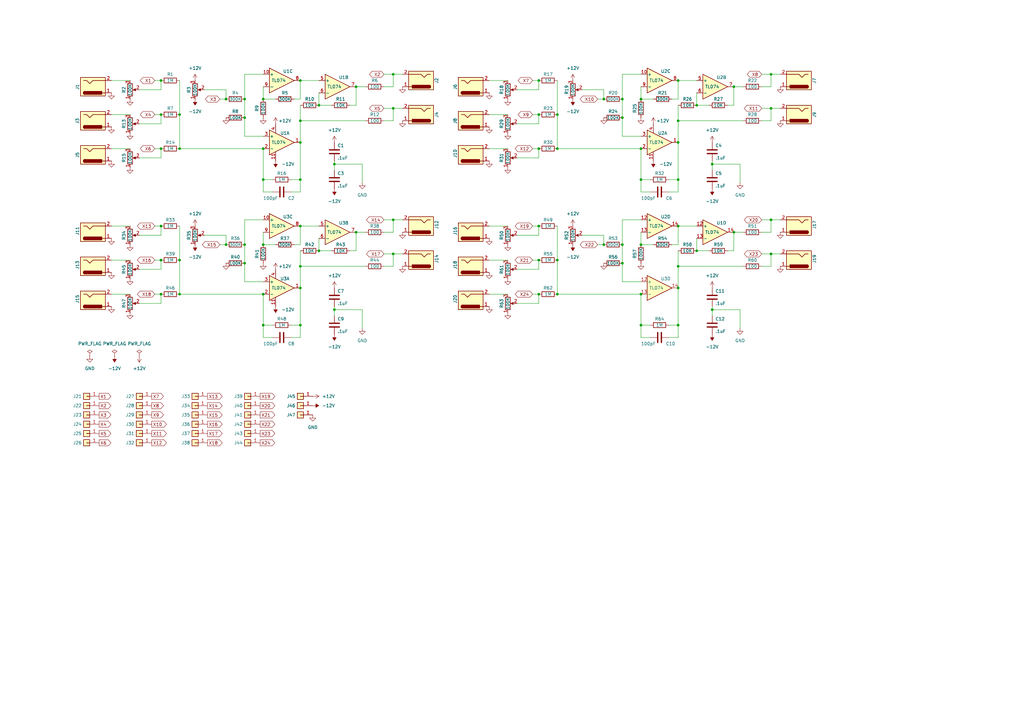
<source format=kicad_sch>
(kicad_sch (version 20211123) (generator eeschema)
  (paper "A3")
  (junction (at 262.89 60.96))
  (junction (at 123.19 58.42))
  (junction (at 300.99 95.25))
  (junction (at 316.23 90.17))
  (junction (at 316.23 30.48))
  (junction (at 107.95 40.64))
  (junction (at 316.23 44.45))
  (junction (at 278.13 118.11))
  (junction (at 107.95 133.35))
  (junction (at 161.29 104.14))
  (junction (at 228.6 46.99))
  (junction (at 107.95 100.33))
  (junction (at 292.1 67.31))
  (junction (at 262.89 100.33))
  (junction (at 262.89 133.35))
  (junction (at 220.98 46.99))
  (junction (at 73.66 46.99))
  (junction (at 73.66 60.96))
  (junction (at 123.19 49.53))
  (junction (at 278.13 33.02))
  (junction (at 247.65 100.33))
  (junction (at 107.95 73.66))
  (junction (at 161.29 44.45))
  (junction (at 255.27 48.26))
  (junction (at 92.71 40.64))
  (junction (at 137.16 127))
  (junction (at 255.27 40.64))
  (junction (at 278.13 109.22))
  (junction (at 130.81 102.87))
  (junction (at 73.66 120.65))
  (junction (at 220.98 106.68))
  (junction (at 228.6 106.68))
  (junction (at 123.19 109.22))
  (junction (at 228.6 60.96))
  (junction (at 292.1 127))
  (junction (at 146.05 35.56))
  (junction (at 130.81 43.18))
  (junction (at 66.04 120.65))
  (junction (at 66.04 92.71))
  (junction (at 161.29 90.17))
  (junction (at 73.66 106.68))
  (junction (at 316.23 104.14))
  (junction (at 123.19 33.02))
  (junction (at 278.13 133.35))
  (junction (at 161.29 30.48))
  (junction (at 137.16 67.31))
  (junction (at 300.99 35.56))
  (junction (at 107.95 120.65))
  (junction (at 92.71 100.33))
  (junction (at 100.33 48.26))
  (junction (at 255.27 107.95))
  (junction (at 278.13 73.66))
  (junction (at 123.19 118.11))
  (junction (at 228.6 120.65))
  (junction (at 123.19 92.71))
  (junction (at 262.89 40.64))
  (junction (at 123.19 133.35))
  (junction (at 220.98 60.96))
  (junction (at 100.33 100.33))
  (junction (at 220.98 120.65))
  (junction (at 146.05 95.25))
  (junction (at 66.04 106.68))
  (junction (at 220.98 33.02))
  (junction (at 107.95 60.96))
  (junction (at 123.19 73.66))
  (junction (at 247.65 40.64))
  (junction (at 278.13 58.42))
  (junction (at 262.89 73.66))
  (junction (at 66.04 60.96))
  (junction (at 285.75 102.87))
  (junction (at 100.33 40.64))
  (junction (at 278.13 92.71))
  (junction (at 66.04 46.99))
  (junction (at 262.89 120.65))
  (junction (at 66.04 33.02))
  (junction (at 285.75 43.18))
  (junction (at 255.27 100.33))
  (junction (at 278.13 49.53))
  (junction (at 220.98 92.71))
  (junction (at 100.33 107.95))
  (wire (pts (xy 137.16 67.31) (xy 137.16 69.85)))
  (wire (pts (xy 120.65 100.33) (xy 123.19 100.33)))
  (wire (pts (xy 298.45 43.18) (xy 300.99 43.18)))
  (wire (pts (xy 238.76 36.83) (xy 247.65 36.83)))
  (wire (pts (xy 292.1 127) (xy 303.53 127)))
  (wire (pts (xy 228.6 60.96) (xy 262.89 60.96)))
  (wire (pts (xy 146.05 102.87) (xy 146.05 95.25)))
  (wire (pts (xy 123.19 109.22) (xy 149.86 109.22)))
  (wire (pts (xy 123.19 118.11) (xy 123.19 133.35)))
  (wire (pts (xy 45.72 120.65) (xy 53.34 120.65)))
  (wire (pts (xy 57.15 96.52) (xy 66.04 96.52)))
  (wire (pts (xy 100.33 115.57) (xy 107.95 115.57)))
  (wire (pts (xy 100.33 90.17) (xy 107.95 90.17)))
  (wire (pts (xy 161.29 49.53) (xy 161.29 44.45)))
  (wire (pts (xy 123.19 92.71) (xy 130.81 92.71)))
  (wire (pts (xy 157.48 30.48) (xy 161.29 30.48)))
  (wire (pts (xy 90.17 40.64) (xy 92.71 40.64)))
  (wire (pts (xy 45.72 92.71) (xy 53.34 92.71)))
  (wire (pts (xy 107.95 100.33) (xy 113.03 100.33)))
  (wire (pts (xy 83.82 36.83) (xy 92.71 36.83)))
  (wire (pts (xy 146.05 95.25) (xy 149.86 95.25)))
  (wire (pts (xy 278.13 133.35) (xy 278.13 138.43)))
  (wire (pts (xy 135.89 43.18) (xy 130.81 43.18)))
  (wire (pts (xy 157.48 104.14) (xy 161.29 104.14)))
  (wire (pts (xy 212.09 50.8) (xy 220.98 50.8)))
  (wire (pts (xy 73.66 106.68) (xy 73.66 120.65)))
  (wire (pts (xy 278.13 33.02) (xy 285.75 33.02)))
  (wire (pts (xy 107.95 35.56) (xy 107.95 40.64)))
  (wire (pts (xy 161.29 95.25) (xy 161.29 90.17)))
  (wire (pts (xy 73.66 33.02) (xy 73.66 46.99)))
  (wire (pts (xy 316.23 109.22) (xy 316.23 104.14)))
  (wire (pts (xy 146.05 35.56) (xy 149.86 35.56)))
  (wire (pts (xy 247.65 96.52) (xy 247.65 100.33)))
  (wire (pts (xy 63.5 106.68) (xy 66.04 106.68)))
  (wire (pts (xy 228.6 33.02) (xy 228.6 46.99)))
  (wire (pts (xy 220.98 50.8) (xy 220.98 46.99)))
  (wire (pts (xy 262.89 133.35) (xy 262.89 120.65)))
  (wire (pts (xy 137.16 66.04) (xy 137.16 67.31)))
  (wire (pts (xy 316.23 104.14) (xy 320.04 104.14)))
  (wire (pts (xy 123.19 73.66) (xy 123.19 78.74)))
  (wire (pts (xy 245.11 100.33) (xy 247.65 100.33)))
  (wire (pts (xy 45.72 33.02) (xy 53.34 33.02)))
  (wire (pts (xy 275.59 100.33) (xy 278.13 100.33)))
  (wire (pts (xy 63.5 33.02) (xy 66.04 33.02)))
  (wire (pts (xy 316.23 49.53) (xy 316.23 44.45)))
  (wire (pts (xy 63.5 60.96) (xy 66.04 60.96)))
  (wire (pts (xy 255.27 107.95) (xy 255.27 115.57)))
  (wire (pts (xy 266.7 73.66) (xy 262.89 73.66)))
  (wire (pts (xy 300.99 102.87) (xy 300.99 95.25)))
  (wire (pts (xy 312.42 35.56) (xy 316.23 35.56)))
  (wire (pts (xy 119.38 73.66) (xy 123.19 73.66)))
  (wire (pts (xy 100.33 40.64) (xy 100.33 30.48)))
  (wire (pts (xy 83.82 96.52) (xy 92.71 96.52)))
  (wire (pts (xy 278.13 73.66) (xy 278.13 78.74)))
  (wire (pts (xy 262.89 100.33) (xy 267.97 100.33)))
  (wire (pts (xy 212.09 124.46) (xy 220.98 124.46)))
  (wire (pts (xy 228.6 120.65) (xy 262.89 120.65)))
  (wire (pts (xy 57.15 50.8) (xy 66.04 50.8)))
  (wire (pts (xy 290.83 102.87) (xy 285.75 102.87)))
  (wire (pts (xy 255.27 30.48) (xy 262.89 30.48)))
  (wire (pts (xy 57.15 36.83) (xy 66.04 36.83)))
  (wire (pts (xy 45.72 106.68) (xy 53.34 106.68)))
  (wire (pts (xy 161.29 44.45) (xy 165.1 44.45)))
  (wire (pts (xy 218.44 120.65) (xy 220.98 120.65)))
  (wire (pts (xy 312.42 104.14) (xy 316.23 104.14)))
  (wire (pts (xy 107.95 133.35) (xy 107.95 120.65)))
  (wire (pts (xy 278.13 49.53) (xy 278.13 58.42)))
  (wire (pts (xy 100.33 48.26) (xy 100.33 55.88)))
  (wire (pts (xy 312.42 49.53) (xy 316.23 49.53)))
  (wire (pts (xy 45.72 46.99) (xy 53.34 46.99)))
  (wire (pts (xy 312.42 109.22) (xy 316.23 109.22)))
  (wire (pts (xy 92.71 36.83) (xy 92.71 40.64)))
  (wire (pts (xy 100.33 107.95) (xy 100.33 115.57)))
  (wire (pts (xy 63.5 120.65) (xy 66.04 120.65)))
  (wire (pts (xy 292.1 125.73) (xy 292.1 127)))
  (wire (pts (xy 200.66 33.02) (xy 208.28 33.02)))
  (wire (pts (xy 73.66 46.99) (xy 73.66 60.96)))
  (wire (pts (xy 298.45 102.87) (xy 300.99 102.87)))
  (wire (pts (xy 200.66 60.96) (xy 208.28 60.96)))
  (wire (pts (xy 135.89 102.87) (xy 130.81 102.87)))
  (wire (pts (xy 316.23 35.56) (xy 316.23 30.48)))
  (wire (pts (xy 107.95 95.25) (xy 107.95 100.33)))
  (wire (pts (xy 123.19 43.18) (xy 123.19 49.53)))
  (wire (pts (xy 255.27 40.64) (xy 255.27 30.48)))
  (wire (pts (xy 123.19 138.43) (xy 119.38 138.43)))
  (wire (pts (xy 161.29 109.22) (xy 161.29 104.14)))
  (wire (pts (xy 100.33 30.48) (xy 107.95 30.48)))
  (wire (pts (xy 212.09 96.52) (xy 220.98 96.52)))
  (wire (pts (xy 220.98 36.83) (xy 220.98 33.02)))
  (wire (pts (xy 218.44 106.68) (xy 220.98 106.68)))
  (wire (pts (xy 228.6 92.71) (xy 228.6 106.68)))
  (wire (pts (xy 278.13 109.22) (xy 278.13 118.11)))
  (wire (pts (xy 73.66 92.71) (xy 73.66 106.68)))
  (wire (pts (xy 111.76 133.35) (xy 107.95 133.35)))
  (wire (pts (xy 137.16 125.73) (xy 137.16 127)))
  (wire (pts (xy 111.76 78.74) (xy 107.95 78.74)))
  (wire (pts (xy 262.89 78.74) (xy 262.89 73.66)))
  (wire (pts (xy 262.89 35.56) (xy 262.89 40.64)))
  (wire (pts (xy 161.29 30.48) (xy 165.1 30.48)))
  (wire (pts (xy 292.1 67.31) (xy 292.1 69.85)))
  (wire (pts (xy 146.05 43.18) (xy 146.05 35.56)))
  (wire (pts (xy 45.72 60.96) (xy 53.34 60.96)))
  (wire (pts (xy 228.6 46.99) (xy 228.6 60.96)))
  (wire (pts (xy 157.48 90.17) (xy 161.29 90.17)))
  (wire (pts (xy 255.27 55.88) (xy 262.89 55.88)))
  (wire (pts (xy 312.42 44.45) (xy 316.23 44.45)))
  (wire (pts (xy 266.7 138.43) (xy 262.89 138.43)))
  (wire (pts (xy 278.13 49.53) (xy 304.8 49.53)))
  (wire (pts (xy 255.27 100.33) (xy 255.27 90.17)))
  (wire (pts (xy 143.51 102.87) (xy 146.05 102.87)))
  (wire (pts (xy 275.59 40.64) (xy 278.13 40.64)))
  (wire (pts (xy 63.5 46.99) (xy 66.04 46.99)))
  (wire (pts (xy 57.15 64.77) (xy 66.04 64.77)))
  (wire (pts (xy 100.33 55.88) (xy 107.95 55.88)))
  (wire (pts (xy 262.89 95.25) (xy 262.89 100.33)))
  (wire (pts (xy 107.95 138.43) (xy 107.95 133.35)))
  (wire (pts (xy 312.42 90.17) (xy 316.23 90.17)))
  (wire (pts (xy 107.95 73.66) (xy 107.95 60.96)))
  (wire (pts (xy 247.65 36.83) (xy 247.65 40.64)))
  (wire (pts (xy 278.13 40.64) (xy 278.13 33.02)))
  (wire (pts (xy 157.48 44.45) (xy 161.29 44.45)))
  (wire (pts (xy 316.23 95.25) (xy 316.23 90.17)))
  (wire (pts (xy 312.42 95.25) (xy 316.23 95.25)))
  (wire (pts (xy 137.16 127) (xy 137.16 129.54)))
  (wire (pts (xy 278.13 100.33) (xy 278.13 92.71)))
  (wire (pts (xy 157.48 95.25) (xy 161.29 95.25)))
  (wire (pts (xy 137.16 67.31) (xy 148.59 67.31)))
  (wire (pts (xy 148.59 127) (xy 148.59 134.62)))
  (wire (pts (xy 220.98 64.77) (xy 220.98 60.96)))
  (wire (pts (xy 73.66 60.96) (xy 107.95 60.96)))
  (wire (pts (xy 200.66 106.68) (xy 208.28 106.68)))
  (wire (pts (xy 312.42 30.48) (xy 316.23 30.48)))
  (wire (pts (xy 316.23 44.45) (xy 320.04 44.45)))
  (wire (pts (xy 123.19 49.53) (xy 123.19 58.42)))
  (wire (pts (xy 300.99 43.18) (xy 300.99 35.56)))
  (wire (pts (xy 285.75 43.18) (xy 285.75 38.1)))
  (wire (pts (xy 111.76 73.66) (xy 107.95 73.66)))
  (wire (pts (xy 266.7 78.74) (xy 262.89 78.74)))
  (wire (pts (xy 57.15 124.46) (xy 66.04 124.46)))
  (wire (pts (xy 262.89 138.43) (xy 262.89 133.35)))
  (wire (pts (xy 278.13 58.42) (xy 278.13 73.66)))
  (wire (pts (xy 255.27 90.17) (xy 262.89 90.17)))
  (wire (pts (xy 111.76 138.43) (xy 107.95 138.43)))
  (wire (pts (xy 212.09 110.49) (xy 220.98 110.49)))
  (wire (pts (xy 123.19 33.02) (xy 130.81 33.02)))
  (wire (pts (xy 123.19 100.33) (xy 123.19 92.71)))
  (wire (pts (xy 66.04 64.77) (xy 66.04 60.96)))
  (wire (pts (xy 143.51 43.18) (xy 146.05 43.18)))
  (wire (pts (xy 200.66 92.71) (xy 208.28 92.71)))
  (wire (pts (xy 316.23 90.17) (xy 320.04 90.17)))
  (wire (pts (xy 255.27 115.57) (xy 262.89 115.57)))
  (wire (pts (xy 278.13 78.74) (xy 274.32 78.74)))
  (wire (pts (xy 218.44 33.02) (xy 220.98 33.02)))
  (wire (pts (xy 130.81 102.87) (xy 130.81 97.79)))
  (wire (pts (xy 157.48 109.22) (xy 161.29 109.22)))
  (wire (pts (xy 278.13 92.71) (xy 285.75 92.71)))
  (wire (pts (xy 107.95 40.64) (xy 113.03 40.64)))
  (wire (pts (xy 66.04 110.49) (xy 66.04 106.68)))
  (wire (pts (xy 123.19 78.74) (xy 119.38 78.74)))
  (wire (pts (xy 120.65 40.64) (xy 123.19 40.64)))
  (wire (pts (xy 220.98 96.52) (xy 220.98 92.71)))
  (wire (pts (xy 278.13 102.87) (xy 278.13 109.22)))
  (wire (pts (xy 66.04 124.46) (xy 66.04 120.65)))
  (wire (pts (xy 218.44 46.99) (xy 220.98 46.99)))
  (wire (pts (xy 220.98 110.49) (xy 220.98 106.68)))
  (wire (pts (xy 57.15 110.49) (xy 66.04 110.49)))
  (wire (pts (xy 148.59 67.31) (xy 148.59 74.93)))
  (wire (pts (xy 274.32 133.35) (xy 278.13 133.35)))
  (wire (pts (xy 292.1 67.31) (xy 303.53 67.31)))
  (wire (pts (xy 292.1 127) (xy 292.1 129.54)))
  (wire (pts (xy 255.27 100.33) (xy 255.27 107.95)))
  (wire (pts (xy 255.27 40.64) (xy 255.27 48.26)))
  (wire (pts (xy 123.19 133.35) (xy 123.19 138.43)))
  (wire (pts (xy 303.53 67.31) (xy 303.53 74.93)))
  (wire (pts (xy 123.19 109.22) (xy 123.19 118.11)))
  (wire (pts (xy 220.98 124.46) (xy 220.98 120.65)))
  (wire (pts (xy 262.89 40.64) (xy 267.97 40.64)))
  (wire (pts (xy 73.66 120.65) (xy 107.95 120.65)))
  (wire (pts (xy 130.81 43.18) (xy 130.81 38.1)))
  (wire (pts (xy 228.6 106.68) (xy 228.6 120.65)))
  (wire (pts (xy 262.89 73.66) (xy 262.89 60.96)))
  (wire (pts (xy 100.33 40.64) (xy 100.33 48.26)))
  (wire (pts (xy 278.13 43.18) (xy 278.13 49.53)))
  (wire (pts (xy 161.29 90.17) (xy 165.1 90.17)))
  (wire (pts (xy 278.13 138.43) (xy 274.32 138.43)))
  (wire (pts (xy 123.19 49.53) (xy 149.86 49.53)))
  (wire (pts (xy 218.44 92.71) (xy 220.98 92.71)))
  (wire (pts (xy 238.76 96.52) (xy 247.65 96.52)))
  (wire (pts (xy 107.95 78.74) (xy 107.95 73.66)))
  (wire (pts (xy 212.09 36.83) (xy 220.98 36.83)))
  (wire (pts (xy 285.75 102.87) (xy 285.75 97.79)))
  (wire (pts (xy 300.99 35.56) (xy 304.8 35.56)))
  (wire (pts (xy 266.7 133.35) (xy 262.89 133.35)))
  (wire (pts (xy 274.32 73.66) (xy 278.13 73.66)))
  (wire (pts (xy 212.09 64.77) (xy 220.98 64.77)))
  (wire (pts (xy 137.16 127) (xy 148.59 127)))
  (wire (pts (xy 278.13 118.11) (xy 278.13 133.35)))
  (wire (pts (xy 255.27 48.26) (xy 255.27 55.88)))
  (wire (pts (xy 90.17 100.33) (xy 92.71 100.33)))
  (wire (pts (xy 303.53 127) (xy 303.53 134.62)))
  (wire (pts (xy 123.19 40.64) (xy 123.19 33.02)))
  (wire (pts (xy 157.48 49.53) (xy 161.29 49.53)))
  (wire (pts (xy 66.04 50.8) (xy 66.04 46.99)))
  (wire (pts (xy 278.13 109.22) (xy 304.8 109.22)))
  (wire (pts (xy 123.19 58.42) (xy 123.19 73.66)))
  (wire (pts (xy 218.44 60.96) (xy 220.98 60.96)))
  (wire (pts (xy 161.29 104.14) (xy 165.1 104.14)))
  (wire (pts (xy 119.38 133.35) (xy 123.19 133.35)))
  (wire (pts (xy 123.19 102.87) (xy 123.19 109.22)))
  (wire (pts (xy 66.04 96.52) (xy 66.04 92.71)))
  (wire (pts (xy 157.48 35.56) (xy 161.29 35.56)))
  (wire (pts (xy 100.33 100.33) (xy 100.33 107.95)))
  (wire (pts (xy 245.11 40.64) (xy 247.65 40.64)))
  (wire (pts (xy 63.5 92.71) (xy 66.04 92.71)))
  (wire (pts (xy 200.66 46.99) (xy 208.28 46.99)))
  (wire (pts (xy 161.29 35.56) (xy 161.29 30.48)))
  (wire (pts (xy 300.99 95.25) (xy 304.8 95.25)))
  (wire (pts (xy 292.1 66.04) (xy 292.1 67.31)))
  (wire (pts (xy 290.83 43.18) (xy 285.75 43.18)))
  (wire (pts (xy 200.66 120.65) (xy 208.28 120.65)))
  (wire (pts (xy 66.04 36.83) (xy 66.04 33.02)))
  (wire (pts (xy 92.71 96.52) (xy 92.71 100.33)))
  (wire (pts (xy 316.23 30.48) (xy 320.04 30.48)))
  (wire (pts (xy 100.33 100.33) (xy 100.33 90.17)))
  (global_label "X20" (shape bidirectional) (at 312.42 90.17 180) (property "Intersheet References" "${INTERSHEET_REFS}" (effects hide)))
  (global_label "X8" (shape bidirectional) (at 312.42 30.48 180) (property "Intersheet References" "${INTERSHEET_REFS}" (effects hide)))
  (global_label "X2" (shape output) (at 40.64 166.37 0) (property "Intersheet References" "${INTERSHEET_REFS}" (effects hide)))
  (global_label "X15" (shape output) (at 85.09 170.18 0) (property "Intersheet References" "${INTERSHEET_REFS}" (effects hide)))
  (global_label "X6" (shape output) (at 40.64 181.61 0) (property "Intersheet References" "${INTERSHEET_REFS}" (effects hide)))
  (global_label "X14" (shape bidirectional) (at 157.48 90.17 180) (property "Intersheet References" "${INTERSHEET_REFS}" (effects hide)))
  (global_label "X10" (shape output) (at 62.23 173.99 0) (property "Intersheet References" "${INTERSHEET_REFS}" (effects hide)))
  (global_label "X19" (shape output) (at 106.68 162.56 0) (property "Intersheet References" "${INTERSHEET_REFS}" (effects hide)))
  (global_label "X1" (shape bidirectional) (at 63.5 33.02 180) (property "Intersheet References" "${INTERSHEET_REFS}" (effects hide)))
  (global_label "X24" (shape bidirectional) (at 218.44 120.65 180) (property "Intersheet References" "${INTERSHEET_REFS}" (effects hide)))
  (global_label "X19" (shape bidirectional) (at 218.44 92.71 180) (property "Intersheet References" "${INTERSHEET_REFS}" (effects hide)))
  (global_label "X22" (shape bidirectional) (at 245.11 100.33 180) (property "Intersheet References" "${INTERSHEET_REFS}" (effects hide)))
  (global_label "X7" (shape bidirectional) (at 218.44 33.02 180) (property "Intersheet References" "${INTERSHEET_REFS}" (effects hide)))
  (global_label "X3" (shape bidirectional) (at 90.17 40.64 180) (property "Intersheet References" "${INTERSHEET_REFS}" (effects hide)))
  (global_label "X14" (shape output) (at 85.09 166.37 0) (property "Intersheet References" "${INTERSHEET_REFS}" (effects hide)))
  (global_label "X22" (shape output) (at 106.68 173.99 0) (property "Intersheet References" "${INTERSHEET_REFS}" (effects hide)))
  (global_label "X12" (shape bidirectional) (at 218.44 60.96 180) (property "Intersheet References" "${INTERSHEET_REFS}" (effects hide)))
  (global_label "X4" (shape output) (at 40.64 173.99 0) (property "Intersheet References" "${INTERSHEET_REFS}" (effects hide)))
  (global_label "X18" (shape output) (at 85.09 181.61 0) (property "Intersheet References" "${INTERSHEET_REFS}" (effects hide)))
  (global_label "X1" (shape output) (at 40.64 162.56 0) (property "Intersheet References" "${INTERSHEET_REFS}" (effects hide)))
  (global_label "X23" (shape bidirectional) (at 312.42 104.14 180) (property "Intersheet References" "${INTERSHEET_REFS}" (effects hide)))
  (global_label "X17" (shape bidirectional) (at 157.48 104.14 180) (property "Intersheet References" "${INTERSHEET_REFS}" (effects hide)))
  (global_label "X16" (shape bidirectional) (at 63.5 106.68 180) (property "Intersheet References" "${INTERSHEET_REFS}" (effects hide)))
  (global_label "X8" (shape output) (at 62.23 166.37 0) (property "Intersheet References" "${INTERSHEET_REFS}" (effects hide)))
  (global_label "X21" (shape output) (at 106.68 170.18 0) (property "Intersheet References" "${INTERSHEET_REFS}" (effects hide)))
  (global_label "X23" (shape output) (at 106.68 177.8 0) (property "Intersheet References" "${INTERSHEET_REFS}" (effects hide)))
  (global_label "X4" (shape bidirectional) (at 63.5 46.99 180) (property "Intersheet References" "${INTERSHEET_REFS}" (effects hide)))
  (global_label "X20" (shape output) (at 106.68 166.37 0) (property "Intersheet References" "${INTERSHEET_REFS}" (effects hide)))
  (global_label "X15" (shape bidirectional) (at 90.17 100.33 180) (property "Intersheet References" "${INTERSHEET_REFS}" (effects hide)))
  (global_label "X13" (shape output) (at 85.09 162.56 0) (property "Intersheet References" "${INTERSHEET_REFS}" (effects hide)))
  (global_label "X24" (shape output) (at 106.68 181.61 0) (property "Intersheet References" "${INTERSHEET_REFS}" (effects hide)))
  (global_label "X5" (shape output) (at 40.64 177.8 0) (property "Intersheet References" "${INTERSHEET_REFS}" (effects hide)))
  (global_label "X9" (shape output) (at 62.23 170.18 0) (property "Intersheet References" "${INTERSHEET_REFS}" (effects hide)))
  (global_label "X18" (shape bidirectional) (at 63.5 120.65 180) (property "Intersheet References" "${INTERSHEET_REFS}" (effects hide)))
  (global_label "X3" (shape output) (at 40.64 170.18 0) (property "Intersheet References" "${INTERSHEET_REFS}" (effects hide)))
  (global_label "X17" (shape output) (at 85.09 177.8 0) (property "Intersheet References" "${INTERSHEET_REFS}" (effects hide)))
  (global_label "X11" (shape output) (at 62.23 177.8 0) (property "Intersheet References" "${INTERSHEET_REFS}" (effects hide)))
  (global_label "X2" (shape bidirectional) (at 157.48 30.48 180) (property "Intersheet References" "${INTERSHEET_REFS}" (effects hide)))
  (global_label "X9" (shape bidirectional) (at 218.44 46.99 180) (property "Intersheet References" "${INTERSHEET_REFS}" (effects hide)))
  (global_label "X16" (shape output) (at 85.09 173.99 0) (property "Intersheet References" "${INTERSHEET_REFS}" (effects hide)))
  (global_label "X6" (shape bidirectional) (at 63.5 60.96 180) (property "Intersheet References" "${INTERSHEET_REFS}" (effects hide)))
  (global_label "X13" (shape bidirectional) (at 63.5 92.71 180) (property "Intersheet References" "${INTERSHEET_REFS}" (effects hide)))
  (global_label "X21" (shape bidirectional) (at 218.44 106.68 180) (property "Intersheet References" "${INTERSHEET_REFS}" (effects hide)))
  (global_label "X10" (shape bidirectional) (at 245.11 40.64 180) (property "Intersheet References" "${INTERSHEET_REFS}" (effects hide)))
  (global_label "X7" (shape output) (at 62.23 162.56 0) (property "Intersheet References" "${INTERSHEET_REFS}" (effects hide)))
  (global_label "X12" (shape output) (at 62.23 181.61 0) (property "Intersheet References" "${INTERSHEET_REFS}" (effects hide)))
  (global_label "X11" (shape bidirectional) (at 312.42 44.45 180) (property "Intersheet References" "${INTERSHEET_REFS}" (effects hide)))
  (global_label "X5" (shape bidirectional) (at 157.48 44.45 180) (property "Intersheet References" "${INTERSHEET_REFS}" (effects hide)))
  (symbol (lib_id "power:+12V") (at 113.03 110.49 0) (unit 1)
    (property "Reference" "#PWR0119" (effects hide))
    (property "Value" "+12V" (at 116.84 109.22 0))
  )
  (symbol (lib_id "Amplifier_Operational:TL074") (at 293.37 95.25 0) (unit 4)
    (property "Reference" "U1" (at 295.91 91.44 0))
    (property "Value" "TL074" (at 292.1 95.25 0))
    (property "Datasheet" "http://www.ti.com/lit/ds/symlink/tl071.pdf" (effects hide))
  )
  (symbol (lib_id "Connector_Generic:Conn_01x01") (at 123.19 166.37 0) (mirror y) (unit 1) (in_bom no)
    (property "Reference" "J46" (at 119.38 166.37 0))
    (property "Value" "Conn_01x01" (effects hide))
  )
  (symbol (lib_id "power:GND") (at 320.04 109.22 0) (unit 1)
    (property "Reference" "#PWR0126" (effects hide))
    (property "Value" "GND" (effects hide))
  )
  (symbol (lib_id "Device:R") (at 251.46 107.95 90) (unit 1)
    (property "Reference" "R56" (at 251.46 105.41 90))
    (property "Value" "100K" (at 251.46 107.95 90))
  )
  (symbol (lib_id "Device:R") (at 69.85 46.99 90) (unit 1)
    (property "Reference" "R7" (at 69.85 44.45 90))
    (property "Value" "1M" (at 69.85 46.99 90))
  )
  (symbol (lib_id "power:+12V") (at 57.15 146.05 0) (mirror x) (unit 1)
    (property "Reference" "#PWR0169" (effects hide))
    (property "Value" "+12V" (at 57.15 151.13 0))
  )
  (symbol (lib_id "power:GND") (at 320.04 35.56 0) (unit 1)
    (property "Reference" "#PWR0143" (effects hide))
    (property "Value" "GND" (effects hide))
  )
  (symbol (lib_id "power:GND") (at 148.59 74.93 0) (unit 1)
    (property "Reference" "#PWR0115" (effects hide))
    (property "Value" "GND" (at 148.59 80.01 0))
  )
  (symbol (lib_id "power:GND") (at 200.66 111.76 0) (unit 1)
    (property "Reference" "#PWR0148" (effects hide))
    (property "Value" "GND" (effects hide))
  )
  (symbol (lib_id "Device:R") (at 96.52 107.95 90) (unit 1)
    (property "Reference" "R40" (at 96.52 105.41 90))
    (property "Value" "100K" (at 96.52 107.95 90))
  )
  (symbol (lib_id "Amplifier_Operational:TL074") (at 293.37 35.56 0) (unit 2)
    (property "Reference" "U2" (at 295.91 31.75 0))
    (property "Value" "TL074" (at 292.1 35.56 0))
    (property "Datasheet" "http://www.ti.com/lit/ds/symlink/tl071.pdf" (effects hide))
  )
  (symbol (lib_id "Device:R") (at 224.79 120.65 90) (unit 1)
    (property "Reference" "R62" (at 224.79 118.11 90))
    (property "Value" "1M" (at 224.79 120.65 90))
  )
  (symbol (lib_id "power:-12V") (at 234.95 100.33 0) (mirror x) (unit 1)
    (property "Reference" "#PWR0146" (effects hide))
    (property "Value" "-12V" (at 234.95 105.41 0))
  )
  (symbol (lib_id "power:GND") (at 247.65 48.26 0) (unit 1)
    (property "Reference" "#PWR0122" (effects hide))
    (property "Value" "GND" (effects hide))
  )
  (symbol (lib_id "Connector:Jack-DC") (at 193.04 35.56 0) (mirror x) (unit 1)
    (property "Reference" "J6" (at 186.69 36.83 90) (effects (justify right)))
    (property "Value" "Barrel_Jack" (effects hide))
  )
  (symbol (lib_id "power:+12V") (at 234.95 33.02 0) (unit 1)
    (property "Reference" "#PWR0120" (effects hide))
    (property "Value" "+12V" (at 234.95 27.94 0))
  )
  (symbol (lib_id "Connector_Generic:Conn_01x01") (at 123.19 162.56 0) (mirror y) (unit 1) (in_bom no)
    (property "Reference" "J45" (at 119.38 162.56 0))
    (property "Value" "Conn_01x01" (effects hide))
  )
  (symbol (lib_id "Connector_Generic:Conn_01x01") (at 101.6 162.56 0) (mirror y) (unit 1) (in_bom no)
    (property "Reference" "J39" (at 97.79 162.56 0))
    (property "Value" "Conn_01x01" (effects hide))
  )
  (symbol (lib_id "power:GND") (at 165.1 49.53 0) (unit 1)
    (property "Reference" "#PWR0117" (effects hide))
    (property "Value" "GND" (effects hide))
  )
  (symbol (lib_id "Device:C") (at 270.51 138.43 270) (unit 1)
    (property "Reference" "C10" (at 273.05 140.97 90) (effects (justify left)))
    (property "Value" "100pF" (at 262.89 140.97 90) (effects (justify left)))
  )
  (symbol (lib_id "Connector_Generic:Conn_01x01") (at 57.15 170.18 0) (mirror y) (unit 1) (in_bom no)
    (property "Reference" "J29" (at 53.34 170.18 0))
    (property "Value" "Conn_01x01" (effects hide))
  )
  (symbol (lib_id "Device:R") (at 308.61 49.53 90) (unit 1)
    (property "Reference" "R28" (at 308.61 46.99 90))
    (property "Value" "100" (at 308.61 49.53 90))
  )
  (symbol (lib_id "Device:R") (at 153.67 35.56 90) (unit 1)
    (property "Reference" "R6" (at 153.67 33.02 90))
    (property "Value" "100" (at 153.67 35.56 90))
  )
  (symbol (lib_id "Device:R") (at 251.46 40.64 90) (unit 1)
    (property "Reference" "R20" (at 251.46 38.1 90))
    (property "Value" "300K" (at 251.46 40.64 90))
  )
  (symbol (lib_id "power:-12V") (at 46.99 146.05 0) (mirror x) (unit 1)
    (property "Reference" "#PWR0171" (effects hide))
    (property "Value" "-12V" (at 46.99 151.13 0))
  )
  (symbol (lib_id "power:-12V") (at 234.95 40.64 0) (mirror x) (unit 1)
    (property "Reference" "#PWR0121" (effects hide))
    (property "Value" "-12V" (at 234.95 45.72 0))
  )
  (symbol (lib_id "Device:R_Potentiometer") (at 53.34 110.49 0) (mirror x) (unit 1)
    (property "Reference" "R45" (at 50.8 110.49 90))
    (property "Value" "100K" (at 53.34 110.49 90))
  )
  (symbol (lib_id "power:+12V") (at 292.1 118.11 0) (unit 1)
    (property "Reference" "#PWR0124" (effects hide))
    (property "Value" "+12V" (at 292.1 113.03 0))
  )
  (symbol (lib_id "power:GND") (at 45.72 125.73 0) (unit 1)
    (property "Reference" "#PWR0157" (effects hide))
    (property "Value" "GND" (effects hide))
  )
  (symbol (lib_id "power:GND") (at 45.72 52.07 0) (unit 1)
    (property "Reference" "#PWR0162" (effects hide))
    (property "Value" "GND" (effects hide))
  )
  (symbol (lib_id "Device:R") (at 270.51 73.66 90) (unit 1)
    (property "Reference" "R32" (at 270.51 71.12 90))
    (property "Value" "1M" (at 270.51 73.66 90))
  )
  (symbol (lib_id "Connector_Generic:Conn_01x01") (at 57.15 173.99 0) (mirror y) (unit 1) (in_bom no)
    (property "Reference" "J30" (at 53.34 173.99 0))
    (property "Value" "Conn_01x01" (effects hide))
  )
  (symbol (lib_id "Connector_Generic:Conn_01x01") (at 80.01 162.56 0) (mirror y) (unit 1) (in_bom no)
    (property "Reference" "J33" (at 76.2 162.56 0))
    (property "Value" "Conn_01x01" (effects hide))
  )
  (symbol (lib_id "Device:C") (at 292.1 62.23 0) (unit 1)
    (property "Reference" "C4" (at 293.37 59.69 0) (effects (justify left)))
    (property "Value" ".1uF" (at 293.37 64.77 0) (effects (justify left)))
  )
  (symbol (lib_id "power:GND") (at 208.28 54.61 0) (unit 1)
    (property "Reference" "#PWR0135" (effects hide))
    (property "Value" "GND" (effects hide))
  )
  (symbol (lib_id "power:GND") (at 148.59 134.62 0) (unit 1)
    (property "Reference" "#PWR0109" (effects hide))
    (property "Value" "GND" (at 148.59 139.7 0))
  )
  (symbol (lib_id "Connector:Jack-DC") (at 38.1 63.5 0) (mirror x) (unit 1)
    (property "Reference" "J5" (at 31.75 64.77 90) (effects (justify right)))
    (property "Value" "Barrel_Jack" (effects hide))
  )
  (symbol (lib_id "Device:R") (at 153.67 95.25 90) (unit 1)
    (property "Reference" "R38" (at 153.67 92.71 90))
    (property "Value" "100" (at 153.67 95.25 90))
  )
  (symbol (lib_id "Device:R_Potentiometer") (at 208.28 50.8 0) (mirror x) (unit 1)
    (property "Reference" "R29" (at 205.74 50.8 90))
    (property "Value" "100K" (at 208.28 50.8 90))
  )
  (symbol (lib_id "Connector_Generic:Conn_01x01") (at 35.56 170.18 0) (mirror y) (unit 1) (in_bom no)
    (property "Reference" "J23" (at 31.75 170.18 0))
    (property "Value" "Conn_01x01" (effects hide))
  )
  (symbol (lib_id "Device:C") (at 137.16 133.35 0) (unit 1)
    (property "Reference" "C9" (at 138.43 130.81 0) (effects (justify left)))
    (property "Value" ".1uF" (at 138.43 135.89 0) (effects (justify left)))
  )
  (symbol (lib_id "Device:R") (at 262.89 44.45 180) (unit 1)
    (property "Reference" "R25" (at 260.35 44.45 90))
    (property "Value" "100K" (at 262.89 44.45 90))
  )
  (symbol (lib_id "power:-12V") (at 267.97 66.04 0) (mirror x) (unit 1)
    (property "Reference" "#PWR0138" (effects hide))
    (property "Value" "-12V" (at 273.05 67.31 0))
  )
  (symbol (lib_id "Device:R_Potentiometer") (at 53.34 96.52 0) (mirror x) (unit 1)
    (property "Reference" "R34" (at 50.8 96.52 90))
    (property "Value" "100K" (at 53.34 96.52 90))
  )
  (symbol (lib_id "power:GND") (at 107.95 107.95 0) (unit 1)
    (property "Reference" "#PWR0118" (effects hide))
    (property "Value" "GND" (effects hide))
  )
  (symbol (lib_id "Device:R") (at 69.85 120.65 90) (unit 1)
    (property "Reference" "R46" (at 69.85 118.11 90))
    (property "Value" "1M" (at 69.85 120.65 90))
  )
  (symbol (lib_id "power:-12V") (at 292.1 77.47 0) (mirror x) (unit 1)
    (property "Reference" "#PWR0131" (effects hide))
    (property "Value" "-12V" (at 292.1 82.55 0))
  )
  (symbol (lib_id "power:GND") (at 128.27 170.18 0) (unit 1)
    (property "Reference" "#PWR0144" (effects hide))
    (property "Value" "GND" (at 128.27 175.26 0))
  )
  (symbol (lib_id "Device:R") (at 270.51 133.35 90) (unit 1)
    (property "Reference" "R64" (at 270.51 130.81 90))
    (property "Value" "1M" (at 270.51 133.35 90))
  )
  (symbol (lib_id "Device:C") (at 270.51 78.74 270) (unit 1)
    (property "Reference" "C6" (at 273.05 81.28 90) (effects (justify left)))
    (property "Value" "100pF" (at 262.89 81.28 90) (effects (justify left)))
  )
  (symbol (lib_id "power:GND") (at 53.34 40.64 0) (unit 1)
    (property "Reference" "#PWR0161" (effects hide))
    (property "Value" "GND" (effects hide))
  )
  (symbol (lib_id "Connector:Jack-DC") (at 38.1 95.25 0) (mirror x) (unit 1)
    (property "Reference" "J11" (at 31.75 96.52 90) (effects (justify right)))
    (property "Value" "Barrel_Jack" (effects hide))
  )
  (symbol (lib_id "Device:R") (at 96.52 40.64 90) (unit 1)
    (property "Reference" "R4" (at 96.52 38.1 90))
    (property "Value" "300K" (at 96.52 40.64 90))
  )
  (symbol (lib_id "Device:C") (at 292.1 133.35 0) (unit 1)
    (property "Reference" "C12" (at 293.37 130.81 0) (effects (justify left)))
    (property "Value" ".1uF" (at 293.37 135.89 0) (effects (justify left)))
  )
  (symbol (lib_id "Connector_Generic:Conn_01x01") (at 35.56 162.56 0) (mirror y) (unit 1) (in_bom no)
    (property "Reference" "J21" (at 31.75 162.56 0))
    (property "Value" "Conn_01x01" (effects hide))
  )
  (symbol (lib_id "Connector_Generic:Conn_01x01") (at 80.01 173.99 0) (mirror y) (unit 1) (in_bom no)
    (property "Reference" "J36" (at 76.2 173.99 0))
    (property "Value" "Conn_01x01" (effects hide))
  )
  (symbol (lib_id "Amplifier_Operational:TL074") (at 115.57 118.11 0) (unit 1)
    (property "Reference" "U3" (at 116.84 114.3 0))
    (property "Value" "TL074" (at 114.3 118.11 0))
    (property "Datasheet" "http://www.ti.com/lit/ds/symlink/tl071.pdf" (effects hide))
  )
  (symbol (lib_id "Connector:Jack-DC") (at 38.1 109.22 0) (mirror x) (unit 1)
    (property "Reference" "J13" (at 31.75 110.49 90) (effects (justify right)))
    (property "Value" "Barrel_Jack" (effects hide))
  )
  (symbol (lib_id "Connector_Generic:Conn_01x01") (at 80.01 177.8 0) (mirror y) (unit 1) (in_bom no)
    (property "Reference" "J37" (at 76.2 177.8 0))
    (property "Value" "Conn_01x01" (effects hide))
  )
  (symbol (lib_id "Connector:Jack-DC") (at 327.66 106.68 180) (unit 1)
    (property "Reference" "J19" (at 334.01 107.95 90) (effects (justify right)))
    (property "Value" "Barrel_Jack" (effects hide))
  )
  (symbol (lib_id "Device:R") (at 251.46 100.33 90) (unit 1)
    (property "Reference" "R53" (at 251.46 97.79 90))
    (property "Value" "300K" (at 251.46 100.33 90))
  )
  (symbol (lib_id "power:GND") (at 53.34 54.61 0) (unit 1)
    (property "Reference" "#PWR0159" (effects hide))
    (property "Value" "GND" (effects hide))
  )
  (symbol (lib_id "power:PWR_FLAG") (at 46.99 146.05 0) (unit 1)
    (property "Reference" "#FLG0102" (effects hide))
    (property "Value" "PWR_FLAG" (at 46.99 140.97 0))
  )
  (symbol (lib_id "Device:R") (at 139.7 102.87 90) (unit 1)
    (property "Reference" "R43" (at 139.7 100.33 90))
    (property "Value" "10K" (at 139.7 102.87 90))
  )
  (symbol (lib_id "Device:R") (at 69.85 92.71 90) (unit 1)
    (property "Reference" "R33" (at 69.85 90.17 90))
    (property "Value" "1M" (at 69.85 92.71 90))
  )
  (symbol (lib_id "Device:R") (at 107.95 104.14 180) (unit 1)
    (property "Reference" "R41" (at 105.41 104.14 90))
    (property "Value" "100K" (at 107.95 104.14 90))
  )
  (symbol (lib_id "Connector_Generic:Conn_01x01") (at 101.6 177.8 0) (mirror y) (unit 1) (in_bom no)
    (property "Reference" "J43" (at 97.79 177.8 0))
    (property "Value" "Conn_01x01" (effects hide))
  )
  (symbol (lib_name "TL074_1") (lib_id "Amplifier_Operational:TL074") (at 115.57 58.42 0) (unit 5)
    (property "Reference" "U1" (effects hide))
    (property "Value" "TL074" (effects hide))
    (property "Datasheet" "http://www.ti.com/lit/ds/symlink/tl071.pdf" (effects hide))
  )
  (symbol (lib_id "Connector_Generic:Conn_01x01") (at 101.6 181.61 0) (mirror y) (unit 1) (in_bom no)
    (property "Reference" "J44" (at 97.79 181.61 0))
    (property "Value" "Conn_01x01" (effects hide))
  )
  (symbol (lib_id "power:-12V") (at 292.1 137.16 0) (mirror x) (unit 1)
    (property "Reference" "#PWR0128" (effects hide))
    (property "Value" "-12V" (at 292.1 142.24 0))
  )
  (symbol (lib_id "Connector_Generic:Conn_01x01") (at 57.15 162.56 0) (mirror y) (unit 1) (in_bom no)
    (property "Reference" "J27" (at 53.34 162.56 0))
    (property "Value" "Conn_01x01" (effects hide))
  )
  (symbol (lib_id "power:GND") (at 208.28 128.27 0) (unit 1)
    (property "Reference" "#PWR0153" (effects hide))
    (property "Value" "GND" (effects hide))
  )
  (symbol (lib_name "TL074_1") (lib_id "Amplifier_Operational:TL074") (at 270.51 58.42 0) (unit 5)
    (property "Reference" "U2" (effects hide))
    (property "Value" "TL074" (effects hide))
    (property "Datasheet" "http://www.ti.com/lit/ds/symlink/tl071.pdf" (effects hide))
  )
  (symbol (lib_id "Device:C") (at 137.16 62.23 0) (unit 1)
    (property "Reference" "C1" (at 138.43 59.69 0) (effects (justify left)))
    (property "Value" ".1uF" (at 138.43 64.77 0) (effects (justify left)))
  )
  (symbol (lib_id "Connector:Jack-DC") (at 193.04 63.5 0) (mirror x) (unit 1)
    (property "Reference" "J10" (at 186.69 64.77 90) (effects (justify right)))
    (property "Value" "Barrel_Jack" (effects hide))
  )
  (symbol (lib_id "Device:R_Potentiometer") (at 53.34 124.46 0) (mirror x) (unit 1)
    (property "Reference" "R47" (at 50.8 124.46 90))
    (property "Value" "100K" (at 53.34 124.46 90))
  )
  (symbol (lib_id "Device:R") (at 69.85 106.68 90) (unit 1)
    (property "Reference" "R39" (at 69.85 104.14 90))
    (property "Value" "1M" (at 69.85 106.68 90))
  )
  (symbol (lib_id "Connector:Jack-DC") (at 38.1 123.19 0) (mirror x) (unit 1)
    (property "Reference" "J15" (at 31.75 124.46 90) (effects (justify right)))
    (property "Value" "Barrel_Jack" (effects hide))
  )
  (symbol (lib_id "Connector_Generic:Conn_01x01") (at 35.56 173.99 0) (mirror y) (unit 1) (in_bom no)
    (property "Reference" "J24" (at 31.75 173.99 0))
    (property "Value" "Conn_01x01" (effects hide))
  )
  (symbol (lib_id "Connector:Jack-DC") (at 193.04 95.25 0) (mirror x) (unit 1)
    (property "Reference" "J16" (at 186.69 96.52 90) (effects (justify right)))
    (property "Value" "Barrel_Jack" (effects hide))
  )
  (symbol (lib_id "Device:C") (at 115.57 138.43 270) (unit 1)
    (property "Reference" "C8" (at 118.11 140.97 90) (effects (justify left)))
    (property "Value" "100pF" (at 107.95 140.97 90) (effects (justify left)))
  )
  (symbol (lib_id "Device:R") (at 96.52 100.33 90) (unit 1)
    (property "Reference" "R36" (at 96.52 97.79 90))
    (property "Value" "300K" (at 96.52 100.33 90))
  )
  (symbol (lib_id "Device:R") (at 224.79 60.96 90) (unit 1)
    (property "Reference" "R30" (at 224.79 58.42 90))
    (property "Value" "1M" (at 224.79 60.96 90))
  )
  (symbol (lib_id "Device:R") (at 153.67 49.53 90) (unit 1)
    (property "Reference" "R12" (at 153.67 46.99 90))
    (property "Value" "100" (at 153.67 49.53 90))
  )
  (symbol (lib_id "Connector:Jack-DC") (at 327.66 92.71 180) (unit 1)
    (property "Reference" "J17" (at 334.01 93.98 90) (effects (justify right)))
    (property "Value" "Barrel_Jack" (effects hide))
  )
  (symbol (lib_id "Connector_Generic:Conn_01x01") (at 101.6 170.18 0) (mirror y) (unit 1) (in_bom no)
    (property "Reference" "J41" (at 97.79 170.18 0))
    (property "Value" "Conn_01x01" (effects hide))
  )
  (symbol (lib_id "power:-12V") (at 113.03 125.73 0) (mirror x) (unit 1)
    (property "Reference" "#PWR0108" (effects hide))
    (property "Value" "-12V" (at 118.11 127 0))
  )
  (symbol (lib_id "Connector:Jack-DC") (at 38.1 35.56 0) (mirror x) (unit 1)
    (property "Reference" "J1" (at 31.75 36.83 90) (effects (justify right)))
    (property "Value" "Barrel_Jack" (effects hide))
  )
  (symbol (lib_id "Amplifier_Operational:TL074") (at 270.51 58.42 0) (unit 1)
    (property "Reference" "U2" (at 271.78 54.61 0))
    (property "Value" "TL074" (at 269.24 58.42 0))
    (property "Datasheet" "http://www.ti.com/lit/ds/symlink/tl071.pdf" (effects hide))
  )
  (symbol (lib_id "Connector_Generic:Conn_01x01") (at 57.15 166.37 0) (mirror y) (unit 1) (in_bom no)
    (property "Reference" "J28" (at 53.34 166.37 0))
    (property "Value" "Conn_01x01" (effects hide))
  )
  (symbol (lib_id "Connector_Generic:Conn_01x01") (at 101.6 173.99 0) (mirror y) (unit 1) (in_bom no)
    (property "Reference" "J42" (at 97.79 173.99 0))
    (property "Value" "Conn_01x01" (effects hide))
  )
  (symbol (lib_id "Device:R_Potentiometer") (at 234.95 36.83 0) (mirror x) (unit 1)
    (property "Reference" "R19" (at 232.41 36.83 90))
    (property "Value" "100K" (at 234.95 36.83 90))
  )
  (symbol (lib_id "power:GND") (at 92.71 107.95 0) (unit 1)
    (property "Reference" "#PWR0155" (effects hide))
    (property "Value" "GND" (effects hide))
  )
  (symbol (lib_name "TL074_1") (lib_id "Amplifier_Operational:TL074") (at 115.57 118.11 0) (unit 5)
    (property "Reference" "U3" (effects hide))
    (property "Value" "TL074" (effects hide))
    (property "Datasheet" "http://www.ti.com/lit/ds/symlink/tl071.pdf" (effects hide))
  )
  (symbol (lib_id "Device:R") (at 96.52 48.26 90) (unit 1)
    (property "Reference" "R8" (at 96.52 45.72 90))
    (property "Value" "100K" (at 96.52 48.26 90))
  )
  (symbol (lib_id "Device:R_Potentiometer") (at 53.34 50.8 0) (mirror x) (unit 1)
    (property "Reference" "R13" (at 50.8 50.8 90))
    (property "Value" "100K" (at 53.34 50.8 90))
  )
  (symbol (lib_id "Connector:Jack-DC") (at 172.72 46.99 180) (unit 1)
    (property "Reference" "J4" (at 179.07 48.26 90) (effects (justify right)))
    (property "Value" "Barrel_Jack" (effects hide))
  )
  (symbol (lib_id "Device:R_Potentiometer") (at 208.28 64.77 0) (mirror x) (unit 1)
    (property "Reference" "R31" (at 205.74 64.77 90))
    (property "Value" "100K" (at 208.28 64.77 90))
  )
  (symbol (lib_id "power:-12V") (at 80.01 100.33 0) (mirror x) (unit 1)
    (property "Reference" "#PWR0156" (effects hide))
    (property "Value" "-12V" (at 80.01 105.41 0))
  )
  (symbol (lib_id "Device:R") (at 224.79 106.68 90) (unit 1)
    (property "Reference" "R55" (at 224.79 104.14 90))
    (property "Value" "1M" (at 224.79 106.68 90))
  )
  (symbol (lib_id "Connector_Generic:Conn_01x01") (at 35.56 177.8 0) (mirror y) (unit 1) (in_bom no)
    (property "Reference" "J25" (at 31.75 177.8 0))
    (property "Value" "Conn_01x01" (effects hide))
  )
  (symbol (lib_id "Device:R_Potentiometer") (at 53.34 64.77 0) (mirror x) (unit 1)
    (property "Reference" "R15" (at 50.8 64.77 90))
    (property "Value" "100K" (at 53.34 64.77 90))
  )
  (symbol (lib_id "power:GND") (at 165.1 35.56 0) (unit 1)
    (property "Reference" "#PWR0116" (effects hide))
    (property "Value" "GND" (effects hide))
  )
  (symbol (lib_id "power:GND") (at 53.34 68.58 0) (unit 1)
    (property "Reference" "#PWR0166" (effects hide))
    (property "Value" "GND" (effects hide))
  )
  (symbol (lib_id "Connector_Generic:Conn_01x01") (at 57.15 177.8 0) (mirror y) (unit 1) (in_bom no)
    (property "Reference" "J31" (at 53.34 177.8 0))
    (property "Value" "Conn_01x01" (effects hide))
  )
  (symbol (lib_id "Connector:Jack-DC") (at 172.72 33.02 180) (unit 1)
    (property "Reference" "J2" (at 179.07 34.29 90) (effects (justify right)))
    (property "Value" "Barrel_Jack" (effects hide))
  )
  (symbol (lib_id "power:GND") (at 320.04 49.53 0) (unit 1)
    (property "Reference" "#PWR0142" (effects hide))
    (property "Value" "GND" (effects hide))
  )
  (symbol (lib_id "Device:R") (at 281.94 43.18 90) (unit 1)
    (property "Reference" "R26" (at 281.94 40.64 90))
    (property "Value" "10K" (at 281.94 43.18 90))
  )
  (symbol (lib_id "Connector:Jack-DC") (at 327.66 46.99 180) (unit 1)
    (property "Reference" "J9" (at 334.01 48.26 90) (effects (justify right)))
    (property "Value" "Barrel_Jack" (effects hide))
  )
  (symbol (lib_id "Device:C") (at 292.1 73.66 0) (unit 1)
    (property "Reference" "C5" (at 293.37 71.12 0) (effects (justify left)))
    (property "Value" ".1uF" (at 293.37 76.2 0) (effects (justify left)))
  )
  (symbol (lib_id "Connector:Jack-DC") (at 193.04 123.19 0) (mirror x) (unit 1)
    (property "Reference" "J20" (at 186.69 124.46 90) (effects (justify right)))
    (property "Value" "Barrel_Jack" (effects hide))
  )
  (symbol (lib_id "power:-12V") (at 137.16 137.16 0) (mirror x) (unit 1)
    (property "Reference" "#PWR0110" (effects hide))
    (property "Value" "-12V" (at 137.16 142.24 0))
  )
  (symbol (lib_id "Device:R") (at 107.95 44.45 180) (unit 1)
    (property "Reference" "R9" (at 105.41 44.45 90))
    (property "Value" "100K" (at 107.95 44.45 90))
  )
  (symbol (lib_id "Connector_Generic:Conn_01x01") (at 123.19 170.18 0) (mirror y) (unit 1) (in_bom no)
    (property "Reference" "J47" (at 119.38 170.18 0))
    (property "Value" "Conn_01x01" (effects hide))
  )
  (symbol (lib_id "power:GND") (at 208.28 100.33 0) (unit 1)
    (property "Reference" "#PWR0150" (effects hide))
    (property "Value" "GND" (effects hide))
  )
  (symbol (lib_id "Device:R") (at 69.85 60.96 90) (unit 1)
    (property "Reference" "R14" (at 69.85 58.42 90))
    (property "Value" "1M" (at 69.85 60.96 90))
  )
  (symbol (lib_id "Connector_Generic:Conn_01x01") (at 80.01 170.18 0) (mirror y) (unit 1) (in_bom no)
    (property "Reference" "J35" (at 76.2 170.18 0))
    (property "Value" "Conn_01x01" (effects hide))
  )
  (symbol (lib_id "power:GND") (at 208.28 40.64 0) (unit 1)
    (property "Reference" "#PWR0132" (effects hide))
    (property "Value" "GND" (effects hide))
  )
  (symbol (lib_id "power:+12V") (at 267.97 50.8 0) (unit 1)
    (property "Reference" "#PWR0141" (effects hide))
    (property "Value" "+12V" (at 271.78 49.53 0))
  )
  (symbol (lib_id "Connector:Jack-DC") (at 172.72 92.71 180) (unit 1)
    (property "Reference" "J12" (at 179.07 93.98 90) (effects (justify right)))
    (property "Value" "Barrel_Jack" (effects hide))
  )
  (symbol (lib_id "Amplifier_Operational:TL074") (at 138.43 35.56 0) (unit 2)
    (property "Reference" "U1" (at 140.97 31.75 0))
    (property "Value" "TL074" (at 137.16 35.56 0))
    (property "Datasheet" "http://www.ti.com/lit/ds/symlink/tl071.pdf" (effects hide))
  )
  (symbol (lib_id "Amplifier_Operational:TL074") (at 270.51 92.71 0) (unit 4)
    (property "Reference" "U2" (at 273.05 88.9 0))
    (property "Value" "TL074" (at 269.24 92.71 0))
    (property "Datasheet" "http://www.ti.com/lit/ds/symlink/tl071.pdf" (effects hide))
  )
  (symbol (lib_id "Device:R_Potentiometer") (at 208.28 124.46 0) (mirror x) (unit 1)
    (property "Reference" "R63" (at 205.74 124.46 90))
    (property "Value" "100K" (at 208.28 124.46 90))
  )
  (symbol (lib_id "power:-12V") (at 113.03 66.04 0) (mirror x) (unit 1)
    (property "Reference" "#PWR0106" (effects hide))
    (property "Value" "-12V" (at 118.11 67.31 0))
  )
  (symbol (lib_id "Connector_Generic:Conn_01x01") (at 80.01 181.61 0) (mirror y) (unit 1) (in_bom no)
    (property "Reference" "J38" (at 76.2 181.61 0))
    (property "Value" "Conn_01x01" (effects hide))
  )
  (symbol (lib_id "Device:R") (at 224.79 92.71 90) (unit 1)
    (property "Reference" "R49" (at 224.79 90.17 90))
    (property "Value" "1M" (at 224.79 92.71 90))
  )
  (symbol (lib_id "power:GND") (at 262.89 107.95 0) (unit 1)
    (property "Reference" "#PWR0130" (effects hide))
    (property "Value" "GND" (effects hide))
  )
  (symbol (lib_id "power:+12V") (at 80.01 92.71 0) (unit 1)
    (property "Reference" "#PWR0154" (effects hide))
    (property "Value" "+12V" (at 80.01 87.63 0))
  )
  (symbol (lib_id "Amplifier_Operational:TL074") (at 138.43 95.25 0) (unit 2)
    (property "Reference" "U3" (at 140.97 91.44 0))
    (property "Value" "TL074" (at 137.16 95.25 0))
    (property "Datasheet" "http://www.ti.com/lit/ds/symlink/tl071.pdf" (effects hide))
  )
  (symbol (lib_id "Connector_Generic:Conn_01x01") (at 101.6 166.37 0) (mirror y) (unit 1) (in_bom no)
    (property "Reference" "J40" (at 97.79 166.37 0))
    (property "Value" "Conn_01x01" (effects hide))
  )
  (symbol (lib_id "power:GND") (at 303.53 134.62 0) (unit 1)
    (property "Reference" "#PWR0127" (effects hide))
    (property "Value" "GND" (at 303.53 139.7 0))
  )
  (symbol (lib_id "Device:R") (at 308.61 109.22 90) (unit 1)
    (property "Reference" "R60" (at 308.61 106.68 90))
    (property "Value" "100" (at 308.61 109.22 90))
  )
  (symbol (lib_id "Connector_Generic:Conn_01x01") (at 35.56 181.61 0) (mirror y) (unit 1) (in_bom no)
    (property "Reference" "J26" (at 31.75 181.61 0))
    (property "Value" "Conn_01x01" (effects hide))
  )
  (symbol (lib_id "Device:R") (at 262.89 104.14 180) (unit 1)
    (property "Reference" "R57" (at 260.35 104.14 90))
    (property "Value" "100K" (at 262.89 104.14 90))
  )
  (symbol (lib_id "Device:C") (at 115.57 78.74 270) (unit 1)
    (property "Reference" "C2" (at 118.11 81.28 90) (effects (justify left)))
    (property "Value" "100pF" (at 107.95 81.28 90) (effects (justify left)))
  )
  (symbol (lib_id "Device:R") (at 271.78 40.64 90) (unit 1)
    (property "Reference" "R21" (at 271.78 38.1 90))
    (property "Value" "300K" (at 271.78 40.64 90))
  )
  (symbol (lib_id "power:GND") (at 107.95 48.26 0) (unit 1)
    (property "Reference" "#PWR0104" (effects hide))
    (property "Value" "GND" (effects hide))
  )
  (symbol (lib_id "power:GND") (at 53.34 100.33 0) (unit 1)
    (property "Reference" "#PWR0165" (effects hide))
    (property "Value" "GND" (effects hide))
  )
  (symbol (lib_id "power:-12V") (at 80.01 40.64 0) (mirror x) (unit 1)
    (property "Reference" "#PWR0102" (effects hide))
    (property "Value" "-12V" (at 80.01 45.72 0))
  )
  (symbol (lib_id "Device:C") (at 292.1 121.92 0) (unit 1)
    (property "Reference" "C11" (at 293.37 119.38 0) (effects (justify left)))
    (property "Value" ".1uF" (at 293.37 124.46 0) (effects (justify left)))
  )
  (symbol (lib_id "power:+12V") (at 234.95 92.71 0) (unit 1)
    (property "Reference" "#PWR0129" (effects hide))
    (property "Value" "+12V" (at 234.95 87.63 0))
  )
  (symbol (lib_id "Device:C") (at 137.16 73.66 0) (unit 1)
    (property "Reference" "C3" (at 138.43 71.12 0) (effects (justify left)))
    (property "Value" ".1uF" (at 138.43 76.2 0) (effects (justify left)))
  )
  (symbol (lib_id "Device:R") (at 116.84 100.33 90) (unit 1)
    (property "Reference" "R37" (at 116.84 97.79 90))
    (property "Value" "300K" (at 116.84 100.33 90))
  )
  (symbol (lib_id "power:GND") (at 262.89 48.26 0) (unit 1)
    (property "Reference" "#PWR0123" (effects hide))
    (property "Value" "GND" (effects hide))
  )
  (symbol (lib_id "power:PWR_FLAG") (at 57.15 146.05 0) (unit 1)
    (property "Reference" "#FLG0103" (effects hide))
    (property "Value" "PWR_FLAG" (at 57.15 140.97 0))
  )
  (symbol (lib_id "Connector:Jack-DC") (at 193.04 109.22 0) (mirror x) (unit 1)
    (property "Reference" "J18" (at 186.69 110.49 90) (effects (justify right)))
    (property "Value" "Barrel_Jack" (effects hide))
  )
  (symbol (lib_id "power:GND") (at 165.1 95.25 0) (unit 1)
    (property "Reference" "#PWR0112" (effects hide))
    (property "Value" "GND" (effects hide))
  )
  (symbol (lib_id "Device:R") (at 127 43.18 90) (unit 1)
    (property "Reference" "R10" (at 127 40.64 90))
    (property "Value" "10K" (at 127 43.18 90))
  )
  (symbol (lib_id "power:+12V") (at 292.1 58.42 0) (unit 1)
    (property "Reference" "#PWR0140" (effects hide))
    (property "Value" "+12V" (at 292.1 53.34 0))
  )
  (symbol (lib_id "Amplifier_Operational:TL074") (at 115.57 92.71 0) (unit 3)
    (property "Reference" "U3" (at 118.11 88.9 0))
    (property "Value" "TL074" (at 114.3 92.71 0))
    (property "Datasheet" "http://www.ti.com/lit/ds/symlink/tl071.pdf" (effects hide))
  )
  (symbol (lib_id "power:GND") (at 320.04 95.25 0) (unit 1)
    (property "Reference" "#PWR0125" (effects hide))
    (property "Value" "GND" (effects hide))
  )
  (symbol (lib_id "Device:R") (at 127 102.87 90) (unit 1)
    (property "Reference" "R42" (at 127 100.33 90))
    (property "Value" "10K" (at 127 102.87 90))
  )
  (symbol (lib_id "power:GND") (at 53.34 114.3 0) (unit 1)
    (property "Reference" "#PWR0167" (effects hide))
    (property "Value" "GND" (effects hide))
  )
  (symbol (lib_id "Device:R") (at 251.46 48.26 90) (unit 1)
    (property "Reference" "R24" (at 251.46 45.72 90))
    (property "Value" "100K" (at 251.46 48.26 90))
  )
  (symbol (lib_id "power:GND") (at 45.72 97.79 0) (unit 1)
    (property "Reference" "#PWR0164" (effects hide))
    (property "Value" "GND" (effects hide))
  )
  (symbol (lib_id "Connector_Generic:Conn_01x01") (at 35.56 166.37 0) (mirror y) (unit 1) (in_bom no)
    (property "Reference" "J22" (at 31.75 166.37 0))
    (property "Value" "Conn_01x01" (effects hide))
  )
  (symbol (lib_id "Device:R") (at 308.61 35.56 90) (unit 1)
    (property "Reference" "R22" (at 308.61 33.02 90))
    (property "Value" "100" (at 308.61 35.56 90))
  )
  (symbol (lib_id "Device:C") (at 137.16 121.92 0) (unit 1)
    (property "Reference" "C7" (at 138.43 119.38 0) (effects (justify left)))
    (property "Value" ".1uF" (at 138.43 124.46 0) (effects (justify left)))
  )
  (symbol (lib_id "power:GND") (at 45.72 66.04 0) (unit 1)
    (property "Reference" "#PWR0160" (effects hide))
    (property "Value" "GND" (effects hide))
  )
  (symbol (lib_id "Connector:Jack-DC") (at 172.72 106.68 180) (unit 1)
    (property "Reference" "J14" (at 179.07 107.95 90) (effects (justify right)))
    (property "Value" "Barrel_Jack" (effects hide))
  )
  (symbol (lib_id "power:GND") (at 165.1 109.22 0) (unit 1)
    (property "Reference" "#PWR0111" (effects hide))
    (property "Value" "GND" (effects hide))
  )
  (symbol (lib_id "Device:R_Potentiometer") (at 208.28 96.52 0) (mirror x) (unit 1)
    (property "Reference" "R50" (at 205.74 96.52 90))
    (property "Value" "100K" (at 208.28 96.52 90))
  )
  (symbol (lib_id "power:GND") (at 45.72 111.76 0) (unit 1)
    (property "Reference" "#PWR0158" (effects hide))
    (property "Value" "GND" (effects hide))
  )
  (symbol (lib_id "Connector_Generic:Conn_01x01") (at 57.15 181.61 0) (mirror y) (unit 1) (in_bom no)
    (property "Reference" "J32" (at 53.34 181.61 0))
    (property "Value" "Conn_01x01" (effects hide))
  )
  (symbol (lib_id "Device:R") (at 69.85 33.02 90) (unit 1)
    (property "Reference" "R1" (at 69.85 30.48 90))
    (property "Value" "1M" (at 69.85 33.02 90))
  )
  (symbol (lib_id "power:-12V") (at 128.27 166.37 270) (unit 1)
    (property "Reference" "#PWR0172" (effects hide))
    (property "Value" "-12V" (at 132.08 166.3699 90) (effects (justify left)))
  )
  (symbol (lib_id "power:GND") (at 45.72 38.1 0) (unit 1)
    (property "Reference" "#PWR0163" (effects hide))
    (property "Value" "GND" (effects hide))
  )
  (symbol (lib_id "power:+12V") (at 137.16 118.11 0) (unit 1)
    (property "Reference" "#PWR0107" (effects hide))
    (property "Value" "+12V" (at 137.16 113.03 0))
  )
  (symbol (lib_id "Device:R") (at 139.7 43.18 90) (unit 1)
    (property "Reference" "R11" (at 139.7 40.64 90))
    (property "Value" "10K" (at 139.7 43.18 90))
  )
  (symbol (lib_id "Device:R") (at 308.61 95.25 90) (unit 1)
    (property "Reference" "R51" (at 308.61 92.71 90))
    (property "Value" "100" (at 308.61 95.25 90))
  )
  (symbol (lib_id "power:GND") (at 303.53 74.93 0) (unit 1)
    (property "Reference" "#PWR0139" (effects hide))
    (property "Value" "GND" (at 303.53 80.01 0))
  )
  (symbol (lib_id "power:GND") (at 208.28 68.58 0) (unit 1)
    (property "Reference" "#PWR0136" (effects hide))
    (property "Value" "GND" (effects hide))
  )
  (symbol (lib_id "Device:R_Potentiometer") (at 80.01 96.52 0) (mirror x) (unit 1)
    (property "Reference" "R35" (at 77.47 96.52 90))
    (property "Value" "100K" (at 80.01 96.52 90))
  )
  (symbol (lib_id "power:+12V") (at 80.01 33.02 0) (unit 1)
    (property "Reference" "#PWR0101" (effects hide))
    (property "Value" "+12V" (at 80.01 27.94 0))
  )
  (symbol (lib_id "power:PWR_FLAG") (at 36.83 146.05 0) (unit 1)
    (property "Reference" "#FLG0101" (effects hide))
    (property "Value" "PWR_FLAG" (at 36.83 140.97 0))
  )
  (symbol (lib_id "Device:R_Potentiometer") (at 80.01 36.83 0) (mirror x) (unit 1)
    (property "Reference" "R3" (at 77.47 36.83 90))
    (property "Value" "100K" (at 80.01 36.83 90))
  )
  (symbol (lib_id "Device:R") (at 115.57 73.66 90) (unit 1)
    (property "Reference" "R16" (at 115.57 71.12 90))
    (property "Value" "1M" (at 115.57 73.66 90))
  )
  (symbol (lib_id "Device:R") (at 224.79 33.02 90) (unit 1)
    (property "Reference" "R17" (at 224.79 30.48 90))
    (property "Value" "1M" (at 224.79 33.02 90))
  )
  (symbol (lib_id "Device:R") (at 281.94 102.87 90) (unit 1)
    (property "Reference" "R58" (at 281.94 100.33 90))
    (property "Value" "10K" (at 281.94 102.87 90))
  )
  (symbol (lib_id "power:GND") (at 247.65 107.95 0) (unit 1)
    (property "Reference" "#PWR0147" (effects hide))
    (property "Value" "GND" (effects hide))
  )
  (symbol (lib_id "power:GND") (at 200.66 97.79 0) (unit 1)
    (property "Reference" "#PWR0149" (effects hide))
    (property "Value" "GND" (effects hide))
  )
  (symbol (lib_id "Device:R_Potentiometer") (at 208.28 110.49 0) (mirror x) (unit 1)
    (property "Reference" "R61" (at 205.74 110.49 90))
    (property "Value" "100K" (at 208.28 110.49 90))
  )
  (symbol (lib_id "Amplifier_Operational:TL074") (at 115.57 58.42 0) (unit 1)
    (property "Reference" "U1" (at 116.84 54.61 0))
    (property "Value" "TL074" (at 114.3 58.42 0))
    (property "Datasheet" "http://www.ti.com/lit/ds/symlink/tl071.pdf" (effects hide))
  )
  (symbol (lib_id "Device:R") (at 153.67 109.22 90) (unit 1)
    (property "Reference" "R44" (at 153.67 106.68 90))
    (property "Value" "100" (at 153.67 109.22 90))
  )
  (symbol (lib_id "Amplifier_Operational:TL074") (at 270.51 118.11 0) (unit 4)
    (property "Reference" "U3" (at 273.05 114.3 0))
    (property "Value" "TL074" (at 269.24 118.11 0))
    (property "Datasheet" "http://www.ti.com/lit/ds/symlink/tl071.pdf" (effects hide))
  )
  (symbol (lib_id "Device:R") (at 294.64 102.87 90) (unit 1)
    (property "Reference" "R59" (at 294.64 100.33 90))
    (property "Value" "10K" (at 294.64 102.87 90))
  )
  (symbol (lib_id "Device:R") (at 271.78 100.33 90) (unit 1)
    (property "Reference" "R54" (at 271.78 97.79 90))
    (property "Value" "300K" (at 271.78 100.33 90))
  )
  (symbol (lib_id "Device:R") (at 115.57 133.35 90) (unit 1)
    (property "Reference" "R48" (at 115.57 130.81 90))
    (property "Value" "1M" (at 115.57 133.35 90))
  )
  (symbol (lib_id "power:GND") (at 53.34 128.27 0) (unit 1)
    (property "Reference" "#PWR0168" (effects hide))
    (property "Value" "GND" (effects hide))
  )
  (symbol (lib_id "power:GND") (at 200.66 52.07 0) (unit 1)
    (property "Reference" "#PWR0137" (effects hide))
    (property "Value" "GND" (effects hide))
  )
  (symbol (lib_id "power:GND") (at 36.83 146.05 0) (unit 1)
    (property "Reference" "#PWR0170" (effects hide))
    (property "Value" "GND" (at 36.83 151.13 0))
  )
  (symbol (lib_id "Device:R_Potentiometer") (at 208.28 36.83 0) (mirror x) (unit 1)
    (property "Reference" "R18" (at 205.74 36.83 90))
    (property "Value" "100K" (at 208.28 36.83 90))
  )
  (symbol (lib_id "power:GND") (at 208.28 114.3 0) (unit 1)
    (property "Reference" "#PWR0152" (effects hide))
    (property "Value" "GND" (effects hide))
  )
  (symbol (lib_id "Connector:Jack-DC") (at 38.1 49.53 0) (mirror x) (unit 1)
    (property "Reference" "J3" (at 31.75 50.8 90) (effects (justify right)))
    (property "Value" "Barrel_Jack" (effects hide))
  )
  (symbol (lib_id "power:-12V") (at 137.16 77.47 0) (mirror x) (unit 1)
    (property "Reference" "#PWR0114" (effects hide))
    (property "Value" "-12V" (at 137.16 82.55 0))
  )
  (symbol (lib_id "power:GND") (at 92.71 48.26 0) (unit 1)
    (property "Reference" "#PWR0103" (effects hide))
    (property "Value" "GND" (effects hide))
  )
  (symbol (lib_id "Connector:Jack-DC") (at 327.66 33.02 180) (unit 1)
    (property "Reference" "J7" (at 334.01 34.29 90) (effects (justify right)))
    (property "Value" "Barrel_Jack" (effects hide))
  )
  (symbol (lib_id "Amplifier_Operational:TL074") (at 270.51 33.02 0) (unit 3)
    (property "Reference" "U2" (at 273.05 29.21 0))
    (property "Value" "TL074" (at 269.24 33.02 0))
    (property "Datasheet" "http://www.ti.com/lit/ds/symlink/tl071.pdf" (effects hide))
  )
  (symbol (lib_id "power:GND") (at 200.66 125.73 0) (unit 1)
    (property "Reference" "#PWR0151" (effects hide))
    (property "Value" "GND" (effects hide))
  )
  (symbol (lib_id "power:GND") (at 200.66 38.1 0) (unit 1)
    (property "Reference" "#PWR0133" (effects hide))
    (property "Value" "GND" (effects hide))
  )
  (symbol (lib_id "Device:R_Potentiometer") (at 53.34 36.83 0) (mirror x) (unit 1)
    (property "Reference" "R2" (at 50.8 36.83 90))
    (property "Value" "100K" (at 53.34 36.83 90))
  )
  (symbol (lib_id "Connector_Generic:Conn_01x01") (at 80.01 166.37 0) (mirror y) (unit 1) (in_bom no)
    (property "Reference" "J34" (at 76.2 166.37 0))
    (property "Value" "Conn_01x01" (effects hide))
  )
  (symbol (lib_id "power:+12V") (at 113.03 50.8 0) (unit 1)
    (property "Reference" "#PWR0105" (effects hide))
    (property "Value" "+12V" (at 116.84 49.53 0))
  )
  (symbol (lib_id "power:+12V") (at 137.16 58.42 0) (unit 1)
    (property "Reference" "#PWR0113" (effects hide))
    (property "Value" "+12V" (at 137.16 53.34 0))
  )
  (symbol (lib_id "Device:R") (at 294.64 43.18 90) (unit 1)
    (property "Reference" "R27" (at 294.64 40.64 90))
    (property "Value" "10K" (at 294.64 43.18 90))
  )
  (symbol (lib_id "Device:R") (at 116.84 40.64 90) (unit 1)
    (property "Reference" "R5" (at 116.84 38.1 90))
    (property "Value" "300K" (at 116.84 40.64 90))
  )
  (symbol (lib_id "Device:R") (at 224.79 46.99 90) (unit 1)
    (property "Reference" "R23" (at 224.79 44.45 90))
    (property "Value" "1M" (at 224.79 46.99 90))
  )
  (symbol (lib_id "Amplifier_Operational:TL074") (at 115.57 33.02 0) (unit 3)
    (property "Reference" "U1" (at 118.11 29.21 0))
    (property "Value" "TL074" (at 114.3 33.02 0))
    (property "Datasheet" "http://www.ti.com/lit/ds/symlink/tl071.pdf" (effects hide))
  )
  (symbol (lib_id "power:+12V") (at 128.27 162.56 270) (unit 1)
    (property "Reference" "#PWR0145" (effects hide))
    (property "Value" "+12V" (at 132.08 162.5599 90) (effects (justify left)))
  )
  (symbol (lib_id "power:GND") (at 200.66 66.04 0) (unit 1)
    (property "Reference" "#PWR0134" (effects hide))
    (property "Value" "GND" (effects hide))
  )
  (symbol (lib_id "Device:R_Potentiometer") (at 234.95 96.52 0) (mirror x) (unit 1)
    (property "Reference" "R52" (at 232.41 96.52 90))
    (property "Value" "100K" (at 234.95 96.52 90))
  )
  (symbol (lib_id "Connector:Jack-DC") (at 193.04 49.53 0) (mirror x) (unit 1)
    (property "Reference" "J8" (at 186.69 50.8 90) (effects (justify right)))
    (property "Value" "Barrel_Jack" (effects hide))
  )
)
</source>
